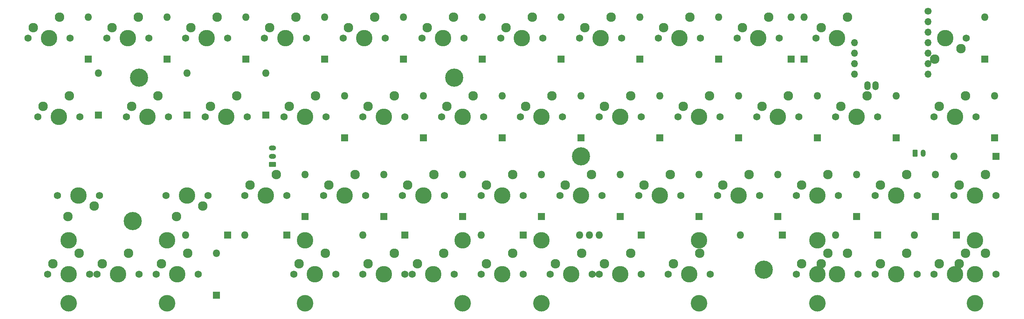
<source format=gbr>
%TF.GenerationSoftware,KiCad,Pcbnew,(6.0.10)*%
%TF.CreationDate,2023-02-21T15:14:53-06:00*%
%TF.ProjectId,Asymptote_PCB,4173796d-7074-46f7-9465-5f5043422e6b,rev?*%
%TF.SameCoordinates,Original*%
%TF.FileFunction,Soldermask,Bot*%
%TF.FilePolarity,Negative*%
%FSLAX46Y46*%
G04 Gerber Fmt 4.6, Leading zero omitted, Abs format (unit mm)*
G04 Created by KiCad (PCBNEW (6.0.10)) date 2023-02-21 15:14:53*
%MOMM*%
%LPD*%
G01*
G04 APERTURE LIST*
G04 Aperture macros list*
%AMRoundRect*
0 Rectangle with rounded corners*
0 $1 Rounding radius*
0 $2 $3 $4 $5 $6 $7 $8 $9 X,Y pos of 4 corners*
0 Add a 4 corners polygon primitive as box body*
4,1,4,$2,$3,$4,$5,$6,$7,$8,$9,$2,$3,0*
0 Add four circle primitives for the rounded corners*
1,1,$1+$1,$2,$3*
1,1,$1+$1,$4,$5*
1,1,$1+$1,$6,$7*
1,1,$1+$1,$8,$9*
0 Add four rect primitives between the rounded corners*
20,1,$1+$1,$2,$3,$4,$5,0*
20,1,$1+$1,$4,$5,$6,$7,0*
20,1,$1+$1,$6,$7,$8,$9,0*
20,1,$1+$1,$8,$9,$2,$3,0*%
G04 Aperture macros list end*
%ADD10O,1.200000X1.750000*%
%ADD11RoundRect,0.250000X-0.350000X-0.625000X0.350000X-0.625000X0.350000X0.625000X-0.350000X0.625000X0*%
%ADD12O,1.750000X1.200000*%
%ADD13RoundRect,0.250000X0.625000X-0.350000X0.625000X0.350000X-0.625000X0.350000X-0.625000X-0.350000X0*%
%ADD14C,1.750000*%
%ADD15C,3.987800*%
%ADD16C,2.300000*%
%ADD17C,1.700000*%
%ADD18O,1.700000X1.700000*%
%ADD19O,1.500000X2.200000*%
%ADD20O,1.800000X1.800000*%
%ADD21R,1.800000X1.800000*%
%ADD22C,4.400000*%
%ADD23C,4.000000*%
G04 APERTURE END LIST*
D10*
%TO.C,J5*%
X246268750Y-80237500D03*
D11*
X244268750Y-80237500D03*
%TD*%
D12*
%TO.C,J4*%
X88968750Y-78962500D03*
X88968750Y-80962500D03*
D13*
X88968750Y-82962500D03*
%TD*%
D14*
%TO.C,SW12*%
X256698750Y-52387500D03*
D15*
X251618750Y-52387500D03*
D16*
X255428750Y-54927500D03*
X249078750Y-57467500D03*
%TD*%
D15*
%TO.C,SW11*%
X225425000Y-52387500D03*
D14*
X220345000Y-52387500D03*
D16*
X221615000Y-49847500D03*
X227965000Y-47307500D03*
%TD*%
D17*
%TO.C,J1*%
X247411875Y-45827750D03*
D18*
X247411875Y-48367750D03*
X247411875Y-50907750D03*
X247411875Y-53447750D03*
X247411875Y-55987750D03*
X247411875Y-58527750D03*
X247411875Y-61067750D03*
D19*
X234711875Y-63861750D03*
X232806875Y-63861750D03*
D18*
X229631875Y-61067750D03*
X229631875Y-58527750D03*
X229631875Y-55987750D03*
X229631875Y-53447750D03*
%TD*%
D16*
%TO.C,SW31*%
X166052500Y-85407500D03*
X159702500Y-87947500D03*
D14*
X158432500Y-90487500D03*
D15*
X163512500Y-90487500D03*
D14*
X168592500Y-90487500D03*
%TD*%
D20*
%TO.C,D45*%
X163195000Y-100012500D03*
%TD*%
%TO.C,D44*%
X165576250Y-100012500D03*
%TD*%
%TO.C,D43*%
X167957500Y-100012500D03*
D21*
X178117500Y-100012500D03*
%TD*%
%TO.C,D42*%
X235267500Y-100012500D03*
D20*
X225107500Y-100012500D03*
%TD*%
D21*
%TO.C,D41*%
X212248749Y-100012500D03*
D20*
X202088749Y-100012500D03*
%TD*%
D21*
%TO.C,D40*%
X254317500Y-100012500D03*
D20*
X244157500Y-100012500D03*
%TD*%
D21*
%TO.C,D39*%
X149542499Y-100012500D03*
D20*
X139382499Y-100012500D03*
%TD*%
D21*
%TO.C,D38*%
X120967499Y-100012500D03*
D20*
X110807499Y-100012500D03*
%TD*%
D21*
%TO.C,D37*%
X75406250Y-114617499D03*
D20*
X75406250Y-104457499D03*
%TD*%
D21*
%TO.C,D36*%
X263842499Y-80962500D03*
D20*
X253682499Y-80962500D03*
%TD*%
D21*
%TO.C,D35*%
X249237500Y-95567499D03*
D20*
X249237500Y-85407499D03*
%TD*%
D21*
%TO.C,D34*%
X230187500Y-95567499D03*
D20*
X230187500Y-85407499D03*
%TD*%
D21*
%TO.C,D33*%
X211137500Y-95567499D03*
D20*
X211137500Y-85407499D03*
%TD*%
D21*
%TO.C,D32*%
X192087500Y-95567500D03*
D20*
X192087500Y-85407500D03*
%TD*%
D21*
%TO.C,D31*%
X173037500Y-95567499D03*
D20*
X173037500Y-85407499D03*
%TD*%
D21*
%TO.C,D30*%
X153987500Y-95567499D03*
D20*
X153987500Y-85407499D03*
%TD*%
D21*
%TO.C,D29*%
X134937500Y-95567499D03*
D20*
X134937500Y-85407499D03*
%TD*%
D21*
%TO.C,D28*%
X115887500Y-95567499D03*
D20*
X115887500Y-85407499D03*
%TD*%
D21*
%TO.C,D27*%
X96837500Y-95567499D03*
D20*
X96837500Y-85407499D03*
%TD*%
D21*
%TO.C,D26*%
X92392499Y-100012500D03*
D20*
X82232499Y-100012500D03*
%TD*%
D21*
%TO.C,D25*%
X78105000Y-100012500D03*
D20*
X67945000Y-100012500D03*
%TD*%
D21*
%TO.C,D24*%
X263525000Y-76517499D03*
D20*
X263525000Y-66357499D03*
%TD*%
D21*
%TO.C,D23*%
X239712500Y-76517499D03*
D20*
X239712500Y-66357499D03*
%TD*%
D21*
%TO.C,D22*%
X220662500Y-76517499D03*
D20*
X220662500Y-66357499D03*
%TD*%
D21*
%TO.C,D21*%
X201612500Y-76517499D03*
D20*
X201612500Y-66357499D03*
%TD*%
D21*
%TO.C,D20*%
X182562500Y-76517499D03*
D20*
X182562500Y-66357499D03*
%TD*%
D21*
%TO.C,D19*%
X163512500Y-76517499D03*
D20*
X163512500Y-66357499D03*
%TD*%
D21*
%TO.C,D18*%
X144462500Y-76517500D03*
D20*
X144462500Y-66357500D03*
%TD*%
D21*
%TO.C,D17*%
X125412500Y-76517499D03*
D20*
X125412500Y-66357499D03*
%TD*%
D21*
%TO.C,D16*%
X106362500Y-76517499D03*
D20*
X106362500Y-66357499D03*
%TD*%
D21*
%TO.C,D15*%
X87312500Y-70961250D03*
D20*
X87312500Y-60801250D03*
%TD*%
D21*
%TO.C,D14*%
X68262500Y-70961250D03*
D20*
X68262500Y-60801250D03*
%TD*%
D21*
%TO.C,D13*%
X46831250Y-70961250D03*
D20*
X46831250Y-60801250D03*
%TD*%
D21*
%TO.C,D12*%
X261143750Y-57467499D03*
D20*
X261143750Y-47307499D03*
%TD*%
D21*
%TO.C,D11*%
X217500000Y-57467498D03*
D20*
X217500000Y-47307498D03*
%TD*%
D21*
%TO.C,D10*%
X214312500Y-57467500D03*
D20*
X214312500Y-47307500D03*
%TD*%
D21*
%TO.C,D9*%
X196850000Y-57467499D03*
D20*
X196850000Y-47307499D03*
%TD*%
D21*
%TO.C,D8*%
X177800000Y-57467499D03*
D20*
X177800000Y-47307499D03*
%TD*%
D21*
%TO.C,D7*%
X158750000Y-57467499D03*
D20*
X158750000Y-47307499D03*
%TD*%
D21*
%TO.C,D6*%
X139700000Y-57467499D03*
D20*
X139700000Y-47307499D03*
%TD*%
D21*
%TO.C,D5*%
X120650000Y-57467499D03*
D20*
X120650000Y-47307499D03*
%TD*%
D21*
%TO.C,D4*%
X101600000Y-57467499D03*
D20*
X101600000Y-47307499D03*
%TD*%
D21*
%TO.C,D3*%
X82550000Y-57467499D03*
D20*
X82550000Y-47307499D03*
%TD*%
D21*
%TO.C,D2*%
X63500000Y-57467499D03*
D20*
X63500000Y-47307499D03*
%TD*%
D21*
%TO.C,D1*%
X44450000Y-57467500D03*
D20*
X44450000Y-47307500D03*
%TD*%
D22*
%TO.C,H1*%
X132924875Y-61912500D03*
X163574875Y-80962500D03*
X207724875Y-108421500D03*
X55124875Y-96686500D03*
X56724875Y-61912500D03*
%TD*%
D14*
%TO.C,SW51*%
X149542500Y-109537500D03*
D15*
X144462500Y-109537500D03*
D14*
X139382500Y-109537500D03*
D16*
X140652500Y-106997500D03*
X147002500Y-104457500D03*
%TD*%
D14*
%TO.C,SW50*%
X178117500Y-109537500D03*
D15*
X173037500Y-109537500D03*
D14*
X167957500Y-109537500D03*
D16*
X169227500Y-106997500D03*
X175577500Y-104457500D03*
%TD*%
D14*
%TO.C,SW49*%
X120967500Y-109537500D03*
D15*
X115887500Y-109537500D03*
D14*
X110807500Y-109537500D03*
D16*
X112077500Y-106997500D03*
X118427500Y-104457500D03*
%TD*%
D14*
%TO.C,SW48*%
X263842500Y-109537500D03*
D15*
X258762500Y-109537500D03*
D14*
X253682500Y-109537500D03*
D16*
X254952500Y-106997500D03*
X261302500Y-104457500D03*
%TD*%
D14*
%TO.C,SW47*%
X225743105Y-109537500D03*
D15*
X220663105Y-109537500D03*
D14*
X215583105Y-109537500D03*
D16*
X216853105Y-106997500D03*
X223203105Y-104457500D03*
%TD*%
D14*
%TO.C,SW46*%
X259080000Y-109537500D03*
D15*
X254000000Y-109537500D03*
D14*
X248920000Y-109537500D03*
D16*
X250190000Y-106997500D03*
X256540000Y-104457500D03*
%TD*%
D14*
%TO.C,SW45*%
X230505000Y-109537500D03*
D15*
X225425000Y-109537500D03*
D14*
X220345000Y-109537500D03*
D16*
X221615000Y-106997500D03*
X227965000Y-104457500D03*
%TD*%
D14*
%TO.C,SW44*%
X70961250Y-109537500D03*
D15*
X65881250Y-109537500D03*
D14*
X60801250Y-109537500D03*
D16*
X62071250Y-106997500D03*
X68421250Y-104457500D03*
%TD*%
D14*
%TO.C,SW43*%
X44768105Y-109537500D03*
D15*
X39688105Y-109537500D03*
D14*
X34608105Y-109537500D03*
D16*
X35878105Y-106997500D03*
X42228105Y-104457500D03*
%TD*%
D14*
%TO.C,SW42*%
X244792500Y-109537500D03*
D15*
X239712500Y-109537500D03*
D14*
X234632500Y-109537500D03*
D16*
X235902500Y-106997500D03*
X242252500Y-104457500D03*
%TD*%
D14*
%TO.C,SW41*%
X194786250Y-109537500D03*
D15*
X189706250Y-109537500D03*
D14*
X184626250Y-109537500D03*
D16*
X185896250Y-106997500D03*
X192246250Y-104457500D03*
%TD*%
D14*
%TO.C,SW40*%
X156051250Y-109537500D03*
D15*
X161131250Y-109537500D03*
D14*
X166211250Y-109537500D03*
D16*
X157321250Y-106997500D03*
X163671250Y-104457500D03*
%TD*%
D14*
%TO.C,SW39*%
X122713750Y-109537500D03*
D15*
X127793750Y-109537500D03*
D14*
X132873750Y-109537500D03*
D16*
X123983750Y-106997500D03*
X130333750Y-104457500D03*
%TD*%
D14*
%TO.C,SW38*%
X104298750Y-109537500D03*
D15*
X99218750Y-109537500D03*
D14*
X94138750Y-109537500D03*
D16*
X95408750Y-106997500D03*
X101758750Y-104457500D03*
%TD*%
D14*
%TO.C,SW37*%
X56673750Y-109537500D03*
D15*
X51593750Y-109537500D03*
D14*
X46513750Y-109537500D03*
D16*
X47783750Y-106997500D03*
X54133750Y-104457500D03*
%TD*%
D15*
%TO.C,S4*%
X220662500Y-101282500D03*
D23*
X220662500Y-116522500D03*
D15*
X258762500Y-101282500D03*
D23*
X258762500Y-116522500D03*
%TD*%
D15*
%TO.C,S3*%
X153987500Y-101282500D03*
D23*
X153987500Y-116522500D03*
D15*
X192087500Y-101282500D03*
D23*
X192087500Y-116522500D03*
%TD*%
%TO.C,S2*%
X134937500Y-116522500D03*
D15*
X134937500Y-101282500D03*
D23*
X96837500Y-116522500D03*
D15*
X96837500Y-101282500D03*
%TD*%
%TO.C,S1*%
X39687500Y-101282500D03*
D23*
X63500000Y-116522500D03*
D15*
X63500000Y-101282500D03*
D23*
X39687500Y-116522500D03*
%TD*%
D14*
%TO.C,SW36*%
X263842500Y-90487500D03*
D15*
X258762500Y-90487500D03*
D14*
X253682500Y-90487500D03*
D16*
X254952500Y-87947500D03*
X261302500Y-85407500D03*
%TD*%
D14*
%TO.C,SW35*%
X244792500Y-90487500D03*
D15*
X239712500Y-90487500D03*
D14*
X234632500Y-90487500D03*
D16*
X235902500Y-87947500D03*
X242252500Y-85407500D03*
%TD*%
D14*
%TO.C,SW34*%
X225742500Y-90487500D03*
D15*
X220662500Y-90487500D03*
D14*
X215582500Y-90487500D03*
D16*
X216852500Y-87947500D03*
X223202500Y-85407500D03*
%TD*%
D14*
%TO.C,SW33*%
X206692500Y-90487500D03*
D15*
X201612500Y-90487500D03*
D14*
X196532500Y-90487500D03*
D16*
X197802500Y-87947500D03*
X204152500Y-85407500D03*
%TD*%
D14*
%TO.C,SW32*%
X187642500Y-90487500D03*
D15*
X182562500Y-90487500D03*
D14*
X177482500Y-90487500D03*
D16*
X178752500Y-87947500D03*
X185102500Y-85407500D03*
%TD*%
D14*
%TO.C,SW30*%
X149542500Y-90487500D03*
D15*
X144462500Y-90487500D03*
D14*
X139382500Y-90487500D03*
D16*
X140652500Y-87947500D03*
X147002500Y-85407500D03*
%TD*%
%TO.C,SW29*%
X127952500Y-85407500D03*
X121602500Y-87947500D03*
D14*
X120332500Y-90487500D03*
D15*
X125412500Y-90487500D03*
D14*
X130492500Y-90487500D03*
%TD*%
%TO.C,SW28*%
X111442500Y-90487500D03*
D15*
X106362500Y-90487500D03*
D14*
X101282500Y-90487500D03*
D16*
X102552500Y-87947500D03*
X108902500Y-85407500D03*
%TD*%
D14*
%TO.C,SW27*%
X92392500Y-90487500D03*
D15*
X87312500Y-90487500D03*
D14*
X82232500Y-90487500D03*
D16*
X83502500Y-87947500D03*
X89852500Y-85407500D03*
%TD*%
D14*
%TO.C,SW26*%
X63182500Y-90487500D03*
D15*
X68262500Y-90487500D03*
D14*
X73342500Y-90487500D03*
D16*
X72072500Y-93027500D03*
X65722500Y-95567500D03*
%TD*%
D14*
%TO.C,SW25*%
X47148750Y-90487500D03*
D15*
X42068750Y-90487500D03*
D14*
X36988750Y-90487500D03*
D16*
X45878750Y-93027500D03*
X39528750Y-95567500D03*
%TD*%
D14*
%TO.C,SW24*%
X259080000Y-71437500D03*
D15*
X254000000Y-71437500D03*
D14*
X248920000Y-71437500D03*
D16*
X250190000Y-68897500D03*
X256540000Y-66357500D03*
%TD*%
D14*
%TO.C,SW23*%
X235267500Y-71437500D03*
D15*
X230187500Y-71437500D03*
D14*
X225107500Y-71437500D03*
D16*
X226377500Y-68897500D03*
X232727500Y-66357500D03*
%TD*%
D14*
%TO.C,SW22*%
X216217500Y-71437500D03*
D15*
X211137500Y-71437500D03*
D14*
X206057500Y-71437500D03*
D16*
X207327500Y-68897500D03*
X213677500Y-66357500D03*
%TD*%
%TO.C,SW21*%
X194627500Y-66357500D03*
X188277500Y-68897500D03*
D14*
X187007500Y-71437500D03*
D15*
X192087500Y-71437500D03*
D14*
X197167500Y-71437500D03*
%TD*%
%TO.C,SW20*%
X178117500Y-71437500D03*
D15*
X173037500Y-71437500D03*
D14*
X167957500Y-71437500D03*
D16*
X169227500Y-68897500D03*
X175577500Y-66357500D03*
%TD*%
D14*
%TO.C,SW19*%
X159067500Y-71437500D03*
D15*
X153987500Y-71437500D03*
D14*
X148907500Y-71437500D03*
D16*
X150177500Y-68897500D03*
X156527500Y-66357500D03*
%TD*%
D14*
%TO.C,SW18*%
X140017500Y-71437500D03*
D15*
X134937500Y-71437500D03*
D14*
X129857500Y-71437500D03*
D16*
X131127500Y-68897500D03*
X137477500Y-66357500D03*
%TD*%
D14*
%TO.C,SW17*%
X120967500Y-71437500D03*
D15*
X115887500Y-71437500D03*
D14*
X110807500Y-71437500D03*
D16*
X112077500Y-68897500D03*
X118427500Y-66357500D03*
%TD*%
D14*
%TO.C,SW16*%
X101917500Y-71437500D03*
D15*
X96837500Y-71437500D03*
D14*
X91757500Y-71437500D03*
D16*
X93027500Y-68897500D03*
X99377500Y-66357500D03*
%TD*%
D14*
%TO.C,SW15*%
X82867500Y-71437500D03*
D15*
X77787500Y-71437500D03*
D14*
X72707500Y-71437500D03*
D16*
X73977500Y-68897500D03*
X80327500Y-66357500D03*
%TD*%
D14*
%TO.C,SW14*%
X63817500Y-71437500D03*
D15*
X58737500Y-71437500D03*
D14*
X53657500Y-71437500D03*
D16*
X54927500Y-68897500D03*
X61277500Y-66357500D03*
%TD*%
D14*
%TO.C,SW13*%
X42386250Y-71437500D03*
D15*
X37306250Y-71437500D03*
D14*
X32226250Y-71437500D03*
D16*
X33496250Y-68897500D03*
X39846250Y-66357500D03*
%TD*%
D14*
%TO.C,SW10*%
X211455000Y-52387500D03*
D15*
X206375000Y-52387500D03*
D14*
X201295000Y-52387500D03*
D16*
X202565000Y-49847500D03*
X208915000Y-47307500D03*
%TD*%
D14*
%TO.C,SW9*%
X192405000Y-52387500D03*
D15*
X187325000Y-52387500D03*
D14*
X182245000Y-52387500D03*
D16*
X183515000Y-49847500D03*
X189865000Y-47307500D03*
%TD*%
%TO.C,SW8*%
X170815000Y-47307500D03*
X164465000Y-49847500D03*
D14*
X163195000Y-52387500D03*
D15*
X168275000Y-52387500D03*
D14*
X173355000Y-52387500D03*
%TD*%
%TO.C,SW7*%
X154305000Y-52387500D03*
D15*
X149225000Y-52387500D03*
D14*
X144145000Y-52387500D03*
D16*
X145415000Y-49847500D03*
X151765000Y-47307500D03*
%TD*%
D14*
%TO.C,SW6*%
X135255000Y-52387500D03*
D15*
X130175000Y-52387500D03*
D14*
X125095000Y-52387500D03*
D16*
X126365000Y-49847500D03*
X132715000Y-47307500D03*
%TD*%
D14*
%TO.C,SW5*%
X116205000Y-52387500D03*
D15*
X111125000Y-52387500D03*
D14*
X106045000Y-52387500D03*
D16*
X107315000Y-49847500D03*
X113665000Y-47307500D03*
%TD*%
D14*
%TO.C,SW4*%
X97155000Y-52387500D03*
D15*
X92075000Y-52387500D03*
D14*
X86995000Y-52387500D03*
D16*
X88265000Y-49847500D03*
X94615000Y-47307500D03*
%TD*%
D14*
%TO.C,SW3*%
X78105000Y-52387500D03*
D15*
X73025000Y-52387500D03*
D14*
X67945000Y-52387500D03*
D16*
X69215000Y-49847500D03*
X75565000Y-47307500D03*
%TD*%
D14*
%TO.C,SW2*%
X59055000Y-52387500D03*
D15*
X53975000Y-52387500D03*
D14*
X48895000Y-52387500D03*
D16*
X50165000Y-49847500D03*
X56515000Y-47307500D03*
%TD*%
D14*
%TO.C,SW1*%
X40005000Y-52387500D03*
D15*
X34925000Y-52387500D03*
D14*
X29845000Y-52387500D03*
D16*
X31115000Y-49847500D03*
X37465000Y-47307500D03*
%TD*%
M02*

</source>
